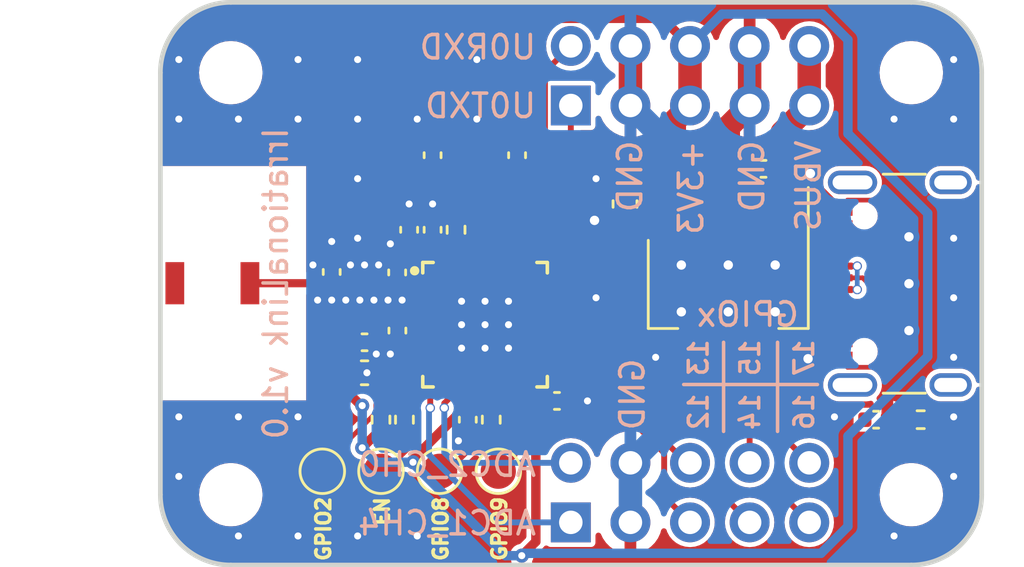
<source format=kicad_pcb>
(kicad_pcb (version 20221018) (generator pcbnew)
  (layers (0 "F.Cu" signal) (31 "B.Cu" signal) (34 "B.Paste" user) (35 "F.Paste" user) (36 "B.SilkS" user "B.Silkscreen") (37 "F.SilkS" user "F.Silkscreen") (38 "B.Mask" user) (39 "F.Mask" user) (44 "Edge.Cuts" user))
  (net 0 "")
  (net 1 "+3V3")
  (net 6 "VBUS")
  (net 7 "GND")
  (net 13 "/USB_D-")
  (net 14 "/USB_D+")
  (net 16 "/GPIO9")
  (net 17 "/GPIO2")
  (net 19 "/EN")
  (net 20 "/RF")
  (net 21 "/ANT")
  (net 22 "/SHIELD")
  (net 23 "/GPIO8")
  (net 24 "/XTAL_P")
  (net 25 "/XTAL_N")
  (net 26 "/XTAL_P_RES")
  (net 27 "/VDD3P3")
  (net 28 "/U0RXD")
  (net 29 "/U0TXD")
  (net 30 "/GPIO12")
  (net 31 "/GPIO13")
  (net 32 "/GPIO14")
  (net 33 "/GPIO15")
  (net 34 "/GPIO16")
  (net 35 "/GPIO17")
  (net 36 "/ADC1_CH4")
  (net 37 "/ADC2_CH0")
  (footprint "TestPoint:TestPoint_Pad_D1.5mm" (layer "F.Cu") (at 125.9 90)
    (fp_text reference "TP4" hide)
    (fp_text value "GPIO2" hide)
    (pad "1" smd circle (at 0 0) (size 1.5 1.5) (layers "F.Cu" "F.Mask") (net 17 "/GPIO2"))
  )
  (footprint "MountingHole:MountingHole_2.2mm_M2" (layer "F.Cu") (at 122 73)
    (fp_text reference "H3" hide)
    (fp_text value "MountingHole" hide)
    (pad "" np_thru_hole circle locked (at 0 0) (size 2.2 2.2) (drill 2.2) (layers "*.Cu" "*.Mask"))
  )
  (footprint "Resistor_SMD:R_0402_1005Metric" (layer "F.Cu") (at 129.4 87.8 90)
    (fp_text reference "R4" hide)
    (fp_text value "10k" hide)
    (pad "1" smd roundrect (at -0.51 0 90) (size 0.54 0.64) (layers "F.Cu" "F.Paste" "F.Mask") (net 1 "+3V3"))
    (pad "2" smd roundrect (at 0.51 0 90) (size 0.54 0.64) (layers "F.Cu" "F.Paste" "F.Mask") (net 19 "/EN"))
  )
  (footprint "Capacitor_SMD:C_0402_1005Metric" (layer "F.Cu") (at 135.9 87)
    (fp_text reference "C2" hide)
    (fp_text value "100n" hide)
    (pad "1" smd roundrect (at -0.48 0) (size 0.56 0.62) (layers "F.Cu" "F.Paste" "F.Mask") (net 1 "+3V3"))
    (pad "2" smd roundrect (at 0.48 0) (size 0.56 0.62) (layers "F.Cu" "F.Paste" "F.Mask") (net 7 "GND"))
  )
  (footprint "MountingHole:MountingHole_2.2mm_M2" (layer "F.Cu") (at 151 73)
    (fp_text reference "H2" hide)
    (fp_text value "MountingHole" hide)
    (pad "" np_thru_hole circle locked (at 0 0) (size 2.2 2.2) (drill 2.2) (layers "*.Cu" "*.Mask"))
  )
  (footprint "Capacitor_SMD:C_0402_1005Metric" (layer "F.Cu") (at 130.6 76.52 90)
    (fp_text reference "C5" hide)
    (fp_text value "12pF" hide)
    (pad "1" smd roundrect (at -0.48 0 90) (size 0.56 0.62) (layers "F.Cu" "F.Paste" "F.Mask") (net 24 "/XTAL_P"))
    (pad "2" smd roundrect (at 0.48 0 90) (size 0.56 0.62) (layers "F.Cu" "F.Paste" "F.Mask") (net 7 "GND"))
  )
  (footprint "TestPoint:TestPoint_Pad_D1.5mm" (layer "F.Cu") (at 133.4 90)
    (fp_text reference "TP2" hide)
    (fp_text value "GPIO9" hide)
    (pad "1" smd circle (at 0 0) (size 1.5 1.5) (layers "F.Cu" "F.Mask") (net 16 "/GPIO9"))
  )
  (footprint "Capacitor_SMD:C_0603_1608Metric" (layer "F.Cu") (at 127.7 85.8)
    (fp_text reference "C18" hide)
    (fp_text value "10u" hide)
    (pad "1" smd roundrect (at -0.775 0) (size 0.9 0.95) (layers "F.Cu" "F.Paste" "F.Mask") (net 1 "+3V3"))
    (pad "2" smd roundrect (at 0.775 0) (size 0.9 0.95) (layers "F.Cu" "F.Paste" "F.Mask") (net 7 "GND"))
  )
  (footprint "Capacitor_SMD:C_0402_1005Metric" (layer "F.Cu") (at 126.3 81.5 90)
    (fp_text reference "C14" hide)
    (fp_text value "C" hide)
    (pad "1" smd roundrect (at -0.48 0 90) (size 0.56 0.62) (layers "F.Cu" "F.Paste" "F.Mask") (net 20 "/RF"))
    (pad "2" smd roundrect (at 0.48 0 90) (size 0.56 0.62) (layers "F.Cu" "F.Paste" "F.Mask") (net 7 "GND"))
  )
  (footprint "Capacitor_SMD:C_0402_1005Metric" (layer "F.Cu") (at 130.6 79.7 90)
    (fp_text reference "C4" hide)
    (fp_text value "1u" hide)
    (pad "1" smd roundrect (at -0.48 0 90) (size 0.56 0.62) (layers "F.Cu" "F.Paste" "F.Mask") (net 1 "+3V3"))
    (pad "2" smd roundrect (at 0.48 0 90) (size 0.56 0.62) (layers "F.Cu" "F.Paste" "F.Mask") (net 7 "GND"))
  )
  (footprint "Capacitor_SMD:C_0402_1005Metric" (layer "F.Cu") (at 129.09 81.52 90)
    (fp_text reference "C1" hide)
    (fp_text value "C" hide)
    (pad "1" smd roundrect (at -0.48 0 90) (size 0.56 0.62) (layers "F.Cu" "F.Paste" "F.Mask") (net 21 "/ANT"))
    (pad "2" smd roundrect (at 0.48 0 90) (size 0.56 0.62) (layers "F.Cu" "F.Paste" "F.Mask") (net 7 "GND"))
  )
  (footprint "Inductor_SMD:L_0402_1005Metric" (layer "F.Cu") (at 127.7 81.95)
    (fp_text reference "L1" hide)
    (fp_text value "L" hide)
    (pad "1" smd roundrect (at -0.485 0) (size 0.59 0.64) (layers "F.Cu" "F.Paste" "F.Mask") (net 20 "/RF"))
    (pad "2" smd roundrect (at 0.485 0) (size 0.59 0.64) (layers "F.Cu" "F.Paste" "F.Mask") (net 21 "/ANT"))
  )
  (footprint "Capacitor_SMD:C_0402_1005Metric" (layer "F.Cu") (at 134.2 76.52 -90)
    (fp_text reference "C6" hide)
    (fp_text value "12pF" hide)
    (pad "1" smd roundrect (at -0.48 0 270) (size 0.56 0.62) (layers "F.Cu" "F.Paste" "F.Mask") (net 25 "/XTAL_N"))
    (pad "2" smd roundrect (at 0.48 0 270) (size 0.56 0.62) (layers "F.Cu" "F.Paste" "F.Mask") (net 7 "GND"))
  )
  (footprint "Inductor_SMD:L_0402_1005Metric" (layer "F.Cu") (at 127.7 83.5)
    (fp_text reference "L2" hide)
    (fp_text value "2n" hide)
    (pad "1" smd roundrect (at -0.485 0) (size 0.59 0.64) (layers "F.Cu" "F.Paste" "F.Mask") (net 1 "+3V3"))
    (pad "2" smd roundrect (at 0.485 0) (size 0.59 0.64) (layers "F.Cu" "F.Paste" "F.Mask") (net 27 "/VDD3P3"))
  )
  (footprint "TestPoint:TestPoint_Pad_D1.5mm" (layer "F.Cu") (at 130.9 90)
    (fp_text reference "TP3" hide)
    (fp_text value "GPIO8" hide)
    (pad "1" smd circle (at 0 0) (size 1.5 1.5) (layers "F.Cu" "F.Mask") (net 23 "/GPIO8"))
  )
  (footprint "Connector_USB:USB_C_Receptacle_GCT_USB4105-xx-A_16P_TopMnt_Horizontal" (layer "F.Cu") (at 151.6 82 90)
    (fp_text reference "J1" hide)
    (fp_text value "USB_C_Receptacle_USB2.0" hide)
    (pad "" np_thru_hole circle locked (at -2.89 -2.605 90) (size 0.65 0.65) (drill 0.65) (layers "F&B.Cu" "*.Mask"))
    (pad "" np_thru_hole circle locked (at 2.89 -2.605 90) (size 0.65 0.65) (drill 0.65) (layers "F&B.Cu" "*.Mask"))
    (pad "A1" smd rect locked (at -3.2 -3.68 90) (size 0.6 1.15) (layers "F.Cu" "F.Paste" "F.Mask") (net 7 "GND"))
    (pad "A4" smd rect locked (at -2.4 -3.68 90) (size 0.6 1.15) (layers "F.Cu" "F.Paste" "F.Mask") (net 6 "VBUS"))
    (pad "A5" smd rect locked (at -1.25 -3.68 90) (size 0.3 1.15) (layers "F.Cu" "F.Paste" "F.Mask"))
    (pad "A6" smd rect locked (at -0.25 -3.68 90) (size 0.3 1.15) (layers "F.Cu" "F.Paste" "F.Mask") (net 13 "/USB_D-"))
    (pad "A7" smd rect locked (at 0.25 -3.68 90) (size 0.3 1.15) (layers "F.Cu" "F.Paste" "F.Mask") (net 14 "/USB_D+"))
    (pad "A8" smd rect locked (at 1.25 -3.68 90) (size 0.3 1.15) (layers "F.Cu" "F.Paste" "F.Mask"))
    (pad "A9" smd rect locked (at 2.4 -3.68 90) (size 0.6 1.15) (layers "F.Cu" "F.Paste" "F.Mask") (net 6 "VBUS"))
    (pad "A12" smd rect locked (at 3.2 -3.68 90) (size 0.6 1.15) (layers "F.Cu" "F.Paste" "F.Mask") (net 7 "GND"))
    (pad "B1" smd rect locked (at 3.2 -3.68 90) (size 0.6 1.15) (layers "F.Cu" "F.Paste" "F.Mask") (net 7 "GND"))
    (pad "B4" smd rect locked (at 2.4 -3.68 90) (size 0.6 1.15) (layers "F.Cu" "F.Paste" "F.Mask") (net 6 "VBUS"))
    (pad "B5" smd rect locked (at 1.75 -3.68 90) (size 0.3 1.15) (layers "F.Cu" "F.Paste" "F.Mask"))
    (pad "B6" smd rect locked (at 0.75 -3.68 90) (size 0.3 1.15) (layers "F.Cu" "F.Paste" "F.Mask") (net 13 "/USB_D-"))
    (pad "B7" smd rect locked (at -0.75 -3.68 90) (size 0.3 1.15) (layers "F.Cu" "F.Paste" "F.Mask") (net 14 "/USB_D+"))
    (pad "B8" smd rect locked (at -1.75 -3.68 90) (size 0.3 1.15) (layers "F.Cu" "F.Paste" "F.Mask"))
    (pad "B9" smd rect locked (at -2.4 -3.68 90) (size 0.6 1.15) (layers "F.Cu" "F.Paste" "F.Mask") (net 6 "VBUS"))
    (pad "B12" smd rect locked (at -3.2 -3.68 90) (size 0.6 1.15) (layers "F.Cu" "F.Paste" "F.Mask") (net 7 "GND"))
    (pad "S1" thru_hole oval locked (at -4.32 -3.105 90) (size 1 2.1) (drill oval 0.6 1.7) (layers "*.Cu" "*.Mask" "F.Paste") (net 22 "/SHIELD"))
    (pad "S1" thru_hole oval locked (at -4.32 1.075 90) (size 1 1.8) (drill oval 0.6 1.4) (layers "*.Cu" "*.Mask" "F.Paste") (net 22 "/SHIELD"))
    (pad "S1" thru_hole oval locked (at 4.32 -3.105 90) (size 1 2.1) (drill oval 0.6 1.7) (layers "*.Cu" "*.Mask" "F.Paste") (net 22 "/SHIELD"))
    (pad "S1" thru_hole oval locked (at 4.32 1.075 90) (size 1 1.8) (drill oval 0.6 1.4) (layers "*.Cu" "*.Mask" "F.Paste") (net 22 "/SHIELD"))
  )
  (footprint "Capacitor_SMD:C_0402_1005Metric" (layer "F.Cu") (at 129.1 84 -90)
    (fp_text reference "C15" hide)
    (fp_text value "100n" hide)
    (pad "1" smd roundrect (at -0.48 0 270) (size 0.56 0.62) (layers "F.Cu" "F.Paste" "F.Mask") (net 27 "/VDD3P3"))
    (pad "2" smd roundrect (at 0.48 0 270) (size 0.56 0.62) (layers "F.Cu" "F.Paste" "F.Mask") (net 7 "GND"))
  )
  (footprint "Capacitor_SMD:C_0402_1005Metric" (layer "F.Cu") (at 149.5 87.8)
    (fp_text reference "C11" hide)
    (fp_text value "C" hide)
    (pad "1" smd roundrect (at -0.48 0) (size 0.56 0.62) (layers "F.Cu" "F.Paste" "F.Mask") (net 22 "/SHIELD"))
    (pad "2" smd roundrect (at 0.48 0) (size 0.56 0.62) (layers "F.Cu" "F.Paste" "F.Mask") (net 7 "GND"))
  )
  (footprint "MountingHole:MountingHole_2.2mm_M2" (layer "F.Cu") (at 151 91)
    (fp_text reference "H1" hide)
    (fp_text value "MountingHole" hide)
    (pad "" np_thru_hole circle locked (at 0 0) (size 2.2 2.2) (drill 2.2) (layers "*.Cu" "*.Mask"))
  )
  (footprint "Connector_PinHeader_2.54mm:PinHeader_2x05_P2.54mm_Vertical" (layer "F.Cu") (at 136.49 92.18 90)
    (fp_text reference "J2" hide)
    (fp_text value "Conn_02x05_Odd_Even" hide)
    (pad "1" thru_hole rect locked (at 0 0 90) (size 1.7 1.7) (drill 1) (layers "*.Cu" "*.Mask") (net 36 "/ADC1_CH4"))
    (pad "2" thru_hole oval locked (at 2.54 0 90) (size 1.7 1.7) (drill 1) (layers "*.Cu" "*.Mask") (net 37 "/ADC2_CH0"))
    (pad "3" thru_hole oval locked (at 0 2.54 90) (size 1.7 1.7) (drill 1) (layers "*.Cu" "*.Mask") (net 7 "GND"))
    (pad "4" thru_hole oval locked (at 2.54 2.54 90) (size 1.7 1.7) (drill 1) (layers "*.Cu" "*.Mask") (net 7 "GND"))
    (pad "5" thru_hole oval locked (at 0 5.08 90) (size 1.7 1.7) (drill 1) (layers "*.Cu" "*.Mask") (net 30 "/GPIO12"))
    (pad "6" thru_hole oval locked (at 2.54 5.08 90) (size 1.7 1.7) (drill 1) (layers "*.Cu" "*.Mask") (net 31 "/GPIO13"))
    (pad "7" thru_hole oval locked (at 0 7.62 90) (size 1.7 1.7) (drill 1) (layers "*.Cu" "*.Mask") (net 32 "/GPIO14"))
    (pad "8" thru_hole oval locked (at 2.54 7.62 90) (size 1.7 1.7) (drill 1) (layers "*.Cu" "*.Mask") (net 33 "/GPIO15"))
    (pad "9" thru_hole oval locked (at 0 10.16 90) (size 1.7 1.7) (drill 1) (layers "*.Cu" "*.Mask") (net 34 "/GPIO16"))
    (pad "10" thru_hole oval locked (at 2.54 10.16 90) (size 1.7 1.7) (drill 1) (layers "*.Cu" "*.Mask") (net 35 "/GPIO17"))
  )
  (footprint "Connector_PinHeader_2.54mm:PinHeader_2x05_P2.54mm_Vertical" (layer "F.Cu") (at 136.49 74.4 90)
    (fp_text reference "J3" hide)
    (fp_text value "Conn_02x05_Odd_Even" hide)
    (pad "1" thru_hole rect locked (at 0 0 90) (size 1.7 1.7) (drill 1) (layers "*.Cu" "*.Mask") (net 28 "/U0RXD"))
    (pad "2" thru_hole oval locked (at 2.54 0 90) (size 1.7 1.7) (drill 1) (layers "*.Cu" "*.Mask") (net 29 "/U0TXD"))
    (pad "3" thru_hole oval locked (at 0 2.54 90) (size 1.7 1.7) (drill 1) (layers "*.Cu" "*.Mask") (net 7 "GND"))
    (pad "4" thru_hole oval locked (at 2.54 2.54 90) (size 1.7 1.7) (drill 1) (layers "*.Cu" "*.Mask") (net 7 "GND"))
    (pad "5" thru_hole oval locked (at 0 5.08 90) (size 1.7 1.7) (drill 1) (layers "*.Cu" "*.Mask") (net 1 "+3V3"))
    (pad "6" thru_hole oval locked (at 2.54 5.08 90) (size 1.7 1.7) (drill 1) (layers "*.Cu" "*.Mask") (net 1 "+3V3"))
    (pad "7" thru_hole oval locked (at 0 7.62 90) (size 1.7 1.7) (drill 1) (layers "*.Cu" "*.Mask") (net 7 "GND"))
    (pad "8" thru_hole oval locked (at 2.54 7.62 90) (size 1.7 1.7) (drill 1) (layers "*.Cu" "*.Mask") (net 7 "GND"))
    (pad "9" thru_hole oval locked (at 0 10.16 90) (size 1.7 1.7) (drill 1) (layers "*.Cu" "*.Mask") (net 6 "VBUS"))
    (pad "10" thru_hole oval locked (at 2.54 10.16 90) (size 1.7 1.7) (drill 1) (layers "*.Cu" "*.Mask") (net 6 "VBUS"))
  )
  (footprint "Capacitor_SMD:C_0402_1005Metric" (layer "F.Cu") (at 129.6 79.7 90)
    (fp_text reference "C3" hide)
    (fp_text value "10n" hide)
    (pad "1" smd roundrect (at -0.48 0 90) (size 0.56 0.62) (layers "F.Cu" "F.Paste" "F.Mask") (net 1 "+3V3"))
    (pad "2" smd roundrect (at 0.48 0 90) (size 0.56 0.62) (layers "F.Cu" "F.Paste" "F.Mask") (net 7 "GND"))
  )
  (footprint "Resistor_SMD:R_0402_1005Metric" (layer "F.Cu") (at 133.1 87.8 90)
    (fp_text reference "R2" hide)
    (fp_text value "10k" hide)
    (pad "1" smd roundrect (at -0.51 0 90) (size 0.54 0.64) (layers "F.Cu" "F.Paste" "F.Mask") (net 1 "+3V3"))
    (pad "2" smd roundrect (at 0.51 0 90) (size 0.54 0.64) (layers "F.Cu" "F.Paste" "F.Mask") (net 23 "/GPIO8"))
  )
  (footprint "Capacitor_SMD:C_0402_1005Metric" (layer "F.Cu") (at 144.7 77.1 180)
    (fp_text reference "C12" hide)
    (fp_text value "100n" hide)
    (pad "1" smd roundrect (at -0.48 0 180) (size 0.56 0.62) (layers "F.Cu" "F.Paste" "F.Mask") (net 6 "VBUS"))
    (pad "2" smd roundrect (at 0.48 0 180) (size 0.56 0.62) (layers "F.Cu" "F.Paste" "F.Mask") (net 7 "GND"))
  )
  (footprint "Resistor_SMD:R_0402_1005Metric" (layer "F.Cu") (at 128.4 87.8 90)
    (fp_text reference "R3" hide)
    (fp_text value "10k" hide)
    (pad "1" smd roundrect (at -0.51 0 90) (size 0.54 0.64) (layers "F.Cu" "F.Paste" "F.Mask") (net 1 "+3V3"))
    (pad "2" smd roundrect (at 0.51 0 90) (size 0.54 0.64) (layers "F.Cu" "F.Paste" "F.Mask") (net 17 "/GPIO2"))
  )
  (footprint "Resistor_SMD:R_0402_1005Metric" (layer "F.Cu") (at 131.6 79.7 -90)
    (fp_text reference "R6" hide)
    (fp_text value "R" hide)
    (pad "1" smd roundrect (at -0.51 0 270) (size 0.54 0.64) (layers "F.Cu" "F.Paste" "F.Mask") (net 24 "/XTAL_P"))
    (pad "2" smd roundrect (at 0.51 0 270) (size 0.54 0.64) (layers "F.Cu" "F.Paste" "F.Mask") (net 26 "/XTAL_P_RES"))
  )
  (footprint "encyclopedia_galactica:ABM11W-30.0000MHZ-7-D1X-T3" (layer "F.Cu") (at 132.400001 76.7 180)
    (fp_text reference "Y1" hide)
    (fp_text value "ABM11W-32.0000MHZ-7-D1X-T3 " hide)
    (pad "1" smd rect (at -0.637 -0.487 270) (size 0.775 0.875) (layers "F.Cu" "F.Paste" "F.Mask") (net 7 "GND"))
    (pad "2" smd rect (at 0.637 -0.487 270) (size 0.775 0.875) (layers "F.Cu" "F.Paste" "F.Mask") (net 24 "/XTAL_P"))
    (pad "3" smd rect (at -0.637 0.487 270) (size 0.775 0.875) (layers "F.Cu" "F.Paste" "F.Mask") (net 25 "/XTAL_N"))
    (pad "4" smd rect (at 0.637 0.487 270) (size 0.775 0.875) (layers "F.Cu" "F.Paste" "F.Mask") (net 7 "GND"))
  )
  (footprint "Package_TO_SOT_SMD:SOT-223-3_TabPin2" (layer "F.Cu") (at 143.2 82 -90)
    (fp_text reference "U2" hide)
    (fp_text value "LM2937xMP" hide)
    (pad "1" smd rect locked (at -3.15 -2.3 270) (size 2 1.5) (layers "F.Cu" "F.Paste" "F.Mask") (net 6 "VBUS"))
    (pad "2" smd rect locked (at -3.15 0 270) (size 2 1.5) (layers "F.Cu" "F.Paste" "F.Mask") (net 7 "GND"))
    (pad "2" smd rect locked (at 3.15 0 270) (size 2 3.8) (layers "F.Cu" "F.Paste" "F.Mask") (net 7 "GND"))
    (pad "3" smd rect locked (at -3.15 2.3 270) (size 2 1.5) (layers "F.Cu" "F.Paste" "F.Mask") (net 1 "+3V3"))
  )
  (footprint "Capacitor_SMD:C_0402_1005Metric" (layer "F.Cu") (at 132.1 87.8 -90)
    (fp_text reference "C17" hide)
    (fp_text value "100n" hide)
    (pad "1" smd roundrect (at -0.48 0 270) (size 0.56 0.62) (layers "F.Cu" "F.Paste" "F.Mask") (net 1 "+3V3"))
    (pad "2" smd roundrect (at 0.48 0 270) (size 0.56 0.62) (layers "F.Cu" "F.Paste" "F.Mask") (net 7 "GND"))
  )
  (footprint "MountingHole:MountingHole_2.2mm_M2" (layer "F.Cu") (at 122 91)
    (fp_text reference "H4" hide)
    (fp_text value "MountingHole" hide)
    (pad "" np_thru_hole circle locked (at 0 0) (size 2.2 2.2) (drill 2.2) (layers "*.Cu" "*.Mask"))
  )
  (footprint "encyclopedia_galactica:QFN32_5X5_EXP" (layer "F.Cu") (at 132.834851 83.7487)
    (fp_text reference "U1" hide)
    (fp_text value "ESP32-C3" hide)
    (pad "1" smd rect locked (at -2.4487 -1.749999 90) (size 0.2548 0.757199) (layers "F.Cu" "F.Paste" "F.Mask") (net 21 "/ANT"))
    (pad "2" smd rect locked (at -2.4487 -1.25 90) (size 0.2548 0.757199) (layers "F.Cu" "F.Paste" "F.Mask") (net 27 "/VDD3P3"))
    (pad "3" smd rect locked (at -2.4487 -0.750001 90) (size 0.2548 0.757199) (layers "F.Cu" "F.Paste" "F.Mask") (net 27 "/VDD3P3"))
    (pad "4" smd rect locked (at -2.4487 -0.25 90) (size 0.2548 0.757199) (layers "F.Cu" "F.Paste" "F.Mask"))
    (pad "5" smd rect locked (at -2.4487 0.25 90) (size 0.2548 0.757199) (layers "F.Cu" "F.Paste" "F.Mask"))
    (pad "6" smd rect locked (at -2.4487 0.750001 90) (size 0.2548 0.757199) (layers "F.Cu" "F.Paste" "F.Mask") (net 17 "/GPIO2"))
    (pad "7" smd rect locked (at -2.4487 1.25 90) (size 0.2548 0.757199) (layers "F.Cu" "F.Paste" "F.Mask") (net 19 "/EN"))
    (pad "8" smd rect locked (at -2.4487 1.749999 90) (size 0.2548 0.757199) (layers "F.Cu" "F.Paste" "F.Mask"))
    (pad "9" smd rect locked (at -1.749999 2.4487) (size 0.2548 0.757199) (layers "F.Cu" "F.Paste" "F.Mask") (net 36 "/ADC1_CH4"))
    (pad "10" smd rect locked (at -1.25 2.4487) (size 0.2548 0.757199) (layers "F.Cu" "F.Paste" "F.Mask") (net 37 "/ADC2_CH0"))
    (pad "11" smd rect locked (at -0.750001 2.4487) (size 0.2548 0.757199) (layers "F.Cu" "F.Paste" "F.Mask") (net 1 "+3V3"))
    (pad "12" smd rect locked (at -0.25 2.4487) (size 0.2548 0.757199) (layers "F.Cu" "F.Paste" "F.Mask"))
    (pad "13" smd rect locked (at 0.25 2.4487) (size 0.2548 0.757199) (layers "F.Cu" "F.Paste" "F.Mask"))
    (pad "14" smd rect locked (at 0.750001 2.4487) (size 0.2548 0.757199) (layers "F.Cu" "F.Paste" "F.Mask") (net 23 "/GPIO8"))
    (pad "15" smd rect locked (at 1.25 2.4487) (size 0.2548 0.757199) (layers "F.Cu" "F.Paste" "F.Mask") (net 16 "/GPIO9"))
    (pad "16" smd rect locked (at 1.749999 2.4487) (size 0.2548 0.757199) (layers "F.Cu" "F.Paste" "F.Mask"))
    (pad "17" smd rect locked (at 2.4487 1.749999 90) (size 0.2548 0.757199) (layers "F.Cu" "F.Paste" "F.Mask") (net 1 "+3V3"))
    (pad "18" smd rect locked (at 2.4487 1.25 90) (size 0.2548 0.757199) (layers "F.Cu" "F.Paste" "F.Mask"))
    (pad "19" smd rect locked (at 2.4487 0.750001 90) (size 0.2548 0.757199) (layers "F.Cu" "F.Paste" "F.Mask") (net 30 "/GPIO12"))
    (pad "20" smd rect locked (at 2.4487 0.25 90) (size 0.2548 0.757199) (layers "F.Cu" "F.Paste" "F.Mask") (net 31 "/GPIO13"))
    (pad "21" smd rect locked (at 2.4487 -0.25 90) (size 0.2548 0.757199) (layers "F.Cu" "F.Paste" "F.Mask") (net 32 "/GPIO14"))
    (pad "22" smd rect locked (at 2.4487 -0.750001 90) (size 0.2548 0.757199) (layers "F.Cu" "F.Paste" "F.Mask") (net 33 "/GPIO15"))
    (pad "23" smd rect locked (at 2.4487 -1.25 90) (size 0.2548 0.757199) (layers "F.Cu" "F.Paste" "F.Mask") (net 34 "/GPIO16"))
    (pad "24" smd rect locked (at 2.4487 -1.749999 90) (size 0.2548 0.757199) (layers "F.Cu" "F.Paste" "F.Mask") (net 35 "/GPIO17"))
    (pad "25" smd rect locked (at 1.749999 -2.4487) (size 0.2548 0.757199) (layers "F.Cu" "F.Paste" "F.Mask") (net 13 "/USB_D-"))
    (pad "26" smd rect locked (at 1.25 -2.4487) (size 0.2548 0.757199) (layers "F.Cu" "F.Paste" "F.Mask") (net 14 "/USB_D+"))
    (pad "27" smd rect locked (at 0.750001 -2.4487) (size 0.2548 0.757199) (layers "F.Cu" "F.Paste" "F.Mask") (net 28 "/U0RXD"))
    (pad "28" smd rect locked (at 0.25 -2.4487) (size 0.2548 0.757199) (layers "F.Cu" "F.Paste" "F.Mask") (net 29 "/U0TXD"))
    (pad "29" smd rect locked (at -0.25 -2.4487) (size 0.2548 0.757199) (layers "F.Cu" "F.Paste" "F.Mask") (net 25 "/XTAL_N"))
    (pad "30" smd rect locked (at -0.750001 -2.4487) (size 0.2548 0.757199) (layers "F.Cu" "F.Paste" "F.Mask") (net 26 "/XTAL_P_RES"))
    (pad "31" smd rect locked (at -1.25 -2.4487) (size 0.2548 0.757199) (layers "F.Cu" "F.Paste" "F.Mask") (net 1 "+3V3"))
    (pad "32" smd rect locked (at -1.749999 -2.4487) (size 0.2548 0.757199) (layers "F.Cu" "F.Paste" "F.Mask") (net 1 "+3V3"))
    (pad "33" smd rect locked (at 0 0) (size 3.7592 3.7592) (layers "F.Cu" "F.Mask") (net 7 "GND"))
  )
  (footprint "Capacitor_SMD:C_0402_1005Metric" (layer "F.Cu") (at 127.7 84.5)
    (fp_text reference "C16" hide)
    (fp_text value "100n" hide)
    (pad "1" smd roundrect (at -0.48 0) (size 0.56 0.62) (layers "F.Cu" "F.Paste" "F.Mask") (net 1 "+3V3"))
    (pad "2" smd roundrect (at 0.48 0) (size 0.56 0.62) (layers "F.Cu" "F.Paste" "F.Mask") (net 7 "GND"))
  )
  (footprint "TestPoint:TestPoint_Pad_D1.5mm" (layer "F.Cu") (at 128.4 90)
    (fp_text reference "TP1" hide)
    (fp_text value "EN" hide)
    (pad "1" smd circle (at 0 0) (size 1.5 1.5) (layers "F.Cu" "F.Mask") (net 19 "/EN"))
  )
  (footprint "Capacitor_SMD:C_0603_1608Metric" (layer "F.Cu") (at 138.8 78.6 -90)
    (fp_text reference "C13" hide)
    (fp_text value "10u" hide)
    (pad "1" smd roundrect (at -0.775 0 270) (size 0.9 0.95) (layers "F.Cu" "F.Paste" "F.Mask") (net 1 "+3V3"))
    (pad "2" smd roundrect (at 0.775 0 270) (size 0.9 0.95) (layers "F.Cu" "F.Paste" "F.Mask") (net 7 "GND"))
  )
  (footprint "Resistor_SMD:R_0402_1005Metric" (layer "F.Cu") (at 151.4 87.8 180)
    (fp_text reference "R1" hide)
    (fp_text value "R" hide)
    (pad "1" smd roundrect (at -0.51 0 180) (size 0.54 0.64) (layers "F.Cu" "F.Paste" "F.Mask") (net 22 "/SHIELD"))
    (pad "2" smd roundrect (at 0.51 0 180) (size 0.54 0.64) (layers "F.Cu" "F.Paste" "F.Mask") (net 7 "GND"))
  )
  (footprint "encyclopedia_galactica:2108838-1" (layer "F.Cu") (at 118.715 81.98)
    (fp_text reference "AE1" hide)
    (fp_text value "2108838-1" hide)
    (pad "1" smd rect locked (at 4.1 0) (size 0.8 1.8) (layers "F.Cu" "F.Paste" "F.Mask") (net 20 "/RF"))
    (pad "2" smd rect locked (at 0.9 0) (size 0.8 1.8) (layers "F.Cu" "F.Paste" "F.Mask"))
    (zone (net 0) (net_name "") (layers "*.Cu") (connect_pads (clearance 0)) (min_thickness 0.25)
      (keepout (tracks allowed) (vias not_allowed) (pads allowed) (copperpour not_allowed) (footprints not_allowed))
      (fill (thermal_gap 0.5) (thermal_bridge_width 0.5))
      (polygon (pts (xy 112.215 76.98) (xy 112.215 86.98) (xy 125.215 86.98) (xy 125.215 76.98)))
    )
  )
  (gr_line (start 143 84.5) (end 143 88.3) (stroke (width 0.15)) (layer "B.SilkS"))
  (gr_line (start 145.3 84.5) (end 145.3 88.3) (stroke (width 0.15)) (layer "B.SilkS"))
  (gr_line (start 141.3 86.3) (end 147 86.3) (stroke (width 0.15)) (layer "B.SilkS"))
  (gr_line locked (start 122.000001 94) (end 151 94) (stroke (width 0.2)) (layer "Edge.Cuts"))
  (gr_arc locked (start 154.000002 91.000001) (mid 153.121322 93.121321) (end 151.000002 94.000001) (stroke (width 0.2)) (layer "Edge.Cuts"))
  (gr_line locked (start 119.000001 72.999999) (end 119 91) (stroke (width 0.2)) (layer "Edge.Cuts"))
  (gr_arc locked (start 151.000002 69.999999) (mid 153.121321 70.878679) (end 154.000002 72.999999) (stroke (width 0.2)) (layer "Edge.Cuts"))
  (gr_arc locked (start 122 94.000001) (mid 119.878673 93.121322) (end 119 91.000001) (stroke (width 0.2)) (layer "Edge.Cuts"))
  (gr_line locked (start 154.000003 73) (end 154.000002 91.000001) (stroke (width 0.2)) (layer "Edge.Cuts"))
  (gr_arc locked (start 119.000001 73) (mid 119.878674 70.878667) (end 122.000001 70) (stroke (width 0.2)) (layer "Edge.Cuts"))
  (gr_line locked (start 122.000001 70) (end 151 70) (stroke (width 0.2)) (layer "Edge.Cuts"))
  (gr_text "ADC1_CH4" (at 135.1 92.8) (layer "B.SilkS") (effects (font (size 1 1)) (justify left bottom mirror)))
  (gr_text "GND" (at 139.6 75.8 90) (layer "B.SilkS") (effects (font (size 1 1)) (justify left bottom mirror)))
  (gr_text "12" (at 142.4 86.6 90) (layer "B.SilkS") (effects (font (size 0.8 0.8)) (justify left bottom mirror)))
  (gr_text "GPIOx" (at 146.3 83.9) (layer "B.SilkS") (effects (font (size 1 1)) (justify left bottom mirror)))
  (gr_text "17" (at 146.9 84.3 90) (layer "B.SilkS") (effects (font (size 0.8 0.8)) (justify left bottom mirror)))
  (gr_text "15" (at 144.6 84.3 90) (layer "B.SilkS") (effects (font (size 0.8 0.8)) (justify left bottom mirror)))
  (gr_text "13" (at 142.4 84.3 90) (layer "B.SilkS") (effects (font (size 0.8 0.8)) (justify left bottom mirror)))
  (gr_text "U0TXD" (at 135.1 75) (layer "B.SilkS") (effects (font (size 1 1)) (justify left bottom mirror)))
  (gr_text "16" (at 146.9 86.6 90) (layer "B.SilkS") (effects (font (size 0.8 0.8)) (justify left bottom mirror)))
  (gr_text "VBUS" (at 147.2 75.8 90) (layer "B.SilkS") (effects (font (size 1 1)) (justify left bottom mirror)))
  (gr_text "+3V3" (at 142.2 75.8 90) (layer "B.SilkS") (effects (font (size 1 1)) (justify left bottom mirror)))
  (gr_text "ADC2_CH0" (at 135.1 90.3) (layer "B.SilkS") (effects (font (size 1 1)) (justify left bottom mirror)))
  (gr_text "IrrationaLink v1.0" (at 124.5 75.25 90) (layer "B.SilkS") (effects (font (size 1 1)) (justify left bottom mirror)))
  (gr_text "U0RXD" (at 135.1 72.5) (layer "B.SilkS") (effects (font (size 1 1)) (justify left bottom mirror)))
  (gr_text "GND" (at 139.7 85.1 90) (layer "B.SilkS") (effects (font (size 1 1)) (justify left bottom mirror)))
  (gr_text "14" (at 144.6 86.6 90) (layer "B.SilkS") (effects (font (size 0.8 0.8)) (justify left bottom mirror)))
  (gr_text "GND" (at 144.8 75.8 90) (layer "B.SilkS") (effects (font (size 1 1)) (justify left bottom mirror)))
  (gr_text "GPIO9" (at 133.8 93.9 90) (layer "F.SilkS") (effects (font (size 0.6 0.6)) (justify left bottom)))
  (gr_text "GPIO2" (at 126.3 93.9 90) (layer "F.SilkS") (effects (font (size 0.6 0.6)) (justify left bottom)))
  (gr_text "GPIO8" (at 131.3 93.9 90) (layer "F.SilkS") (effects (font (size 0.6 0.6)) (justify left bottom)))
  (gr_text "EN" (at 128.8 92.4 90) (layer "F.SilkS") (effects (font (size 0.6 0.6)) (justify left bottom)))
  (segment (start 132.11 87.32) (end 132.1 87.32) (width 0.4) (layer "F.Cu") (net 1))
  (segment (start 139.875 77.825) (end 140.9 78.85) (width 0.4) (layer "F.Cu") (net 1))
  (segment (start 131.084852 80.815148) (end 131.092425 80.807575) (width 0.4) (layer "F.Cu") (net 1))
  (segment (start 132.08485 86.1974) (end 132.08485 87.30485) (width 0.4) (layer "F.Cu") (net 1))
  (segment (start 128.29 88.31) (end 127.6 89) (width 0.4) (layer "F.Cu") (net 1))
  (segment (start 129.528529 80.18) (end 129.6 80.18) (width 0.4) (layer "F.Cu") (net 1))
  (segment (start 132.117 70.683) (end 128.963 73.837) (width 0.4) (layer "F.Cu") (net 1))
  (segment (start 128.963 79.614471) (end 129.528529 80.18) (width 0.4) (layer "F.Cu") (net 1))
  (segment (start 130.6 80.18) (end 129.6 80.18) (width 0.4) (layer "F.Cu") (net 1))
  (segment (start 129.764234 89.487237) (end 131.931471 87.32) (width 0.4) (layer "F.Cu") (net 1))
  (segment (start 131.084852 81.3) (end 131.084852 80.815148) (width 0.4) (layer "F.Cu") (net 1))
  (segment (start 131.931471 87.32) (end 132.1 87.32) (width 0.4) (layer "F.Cu") (net 1))
  (segment (start 127.22 84.5) (end 127.22 85.505) (width 0.4) (layer "F.Cu") (net 1))
  (segment (start 126.925 85.8) (end 126.925 86.573529) (width 0.4) (layer "F.Cu") (net 1))
  (segment (start 141.57 74.4) (end 141.57 71.86) (width 1) (layer "F.Cu") (net 1))
  (segment (start 134.4 93.6) (end 135 93) (width 0.4) (layer "F.Cu") (net 1))
  (segment (start 127.22 85.505) (end 126.925 85.8) (width 0.4) (layer "F.Cu") (net 1))
  (segment (start 130.6 80.315149) (end 130.6 80.18) (width 0.4) (layer "F.Cu") (net 1))
  (segment (start 135 86.902999) (end 135.283551 86.619448) (width 0.4) (layer "F.Cu") (net 1))
  (segment (start 131.092425 80.807575) (end 130.6 80.315149) (width 0.4) (layer "F.Cu") (net 1))
  (segment (start 131.584851 81.3) (end 131.092425 80.807575) (width 0.4) (layer "F.Cu") (net 1))
  (segment (start 140.9 75.07) (end 141.57 74.4) (width 1) (layer "F.Cu") (net 1))
  (segment (start 127.551471 87.2) (end 127.6 87.2) (width 0.4) (layer "F.Cu") (net 1))
  (segment (start 129.764234 89.615705) (end 129.764234 89.487237) (width 0.4) (layer "F.Cu") (net 1))
  (segment (start 140.393 70.683) (end 132.117 70.683) (width 0.4) (layer "F.Cu") (net 1))
  (segment (start 128.963 73.837) (end 128.963 79.614471) (width 0.4) (layer "F.Cu") (net 1))
  (segment (start 141.57 71.86) (end 140.393 70.683) (width 0.4) (layer "F.Cu") (net 1))
  (segment (start 129.4 88.31) (end 128.4 88.31) (width 0.4) (layer "F.Cu") (net 1))
  (segment (start 138.8 77.825) (end 139.875 77.825) (width 0.4) (layer "F.Cu") (net 1))
  (segment (start 127.215 84.495) (end 127.22 84.5) (width 0.4) (layer "F.Cu") (net 1))
  (segment (start 133.1 88.31) (end 132.11 87.32) (width 0.4) (layer "F.Cu") (net 1))
  (segment (start 140.9 78.85) (end 140.9 75.07) (width 1) (layer "F.Cu") (net 1))
  (segment (start 135 93) (end 135 86.902999) (width 0.4) (layer "F.Cu") (net 1))
  (segment (start 127.215 83.5) (end 127.215 84.495) (width 0.4) (layer "F.Cu") (net 1))
  (segment (start 128.4 88.31) (end 128.29 88.31) (width 0.4) (layer "F.Cu") (net 1))
  (segment (start 126.925 86.573529) (end 127.551471 87.2) (width 0.4) (layer "F.Cu") (net 1))
  (segment (start 132.08485 87.30485) (end 132.1 87.32) (width 0.4) (layer "F.Cu") (net 1))
  (segment (start 135.283551 86.619448) (end 135.283551 85.498699) (width 0.4) (layer "F.Cu") (net 1))
  (via (at 134.4 93.6) (size 0.6) (drill 0.3) (layers "F.Cu" "B.Cu") (net 1))
  (via (at 127.6 89) (size 0.6) (drill 0.3) (layers "F.Cu" "B.Cu") (net 1))
  (via (at 129.764234 89.615705) (size 0.6) (drill 0.3) (layers "F.Cu" "B.Cu") (net 1))
  (via (at 127.6 87.2) (size 0.6) (drill 0.3) (layers "F.Cu" "B.Cu") (net 1))
  (segment (start 134.4 93.6) (end 134.5 93.5) (width 0.4) (layer "B.Cu") (net 1))
  (segment (start 147.15 93.5) (end 148.3 92.35) (width 0.4) (layer "B.Cu") (net 1))
  (segment (start 128.215705 89.615705) (end 127.6 89) (width 0.4) (layer "B.Cu") (net 1))
  (segment (start 148.3 88.5) (end 151.7 85.1) (width 0.4) (layer "B.Cu") (net 1))
  (segment (start 148.3 75.6) (end 148.3 71.6) (width 0.4) (layer "B.Cu") (net 1))
  (segment (start 127.6 87.2) (end 127.6 89) (width 0.4) (layer "B.Cu") (net 1))
  (segment (start 134.4 93.6) (end 133.7 93.6) (width 0.4) (layer "B.Cu") (net 1))
  (segment (start 129.764234 89.664234) (end 129.764234 89.615705) (width 0.4) (layer "B.Cu") (net 1))
  (segment (start 151.7 85.1) (end 151.7 79) (width 0.4) (layer "B.Cu") (net 1))
  (segment (start 148.3 92.35) (end 148.3 88.5) (width 0.4) (layer "B.Cu") (net 1))
  (segment (start 142.93 70.5) (end 141.57 71.86) (width 0.4) (layer "B.Cu") (net 1))
  (segment (start 151.7 79) (end 148.3 75.6) (width 0.4) (layer "B.Cu") (net 1))
  (segment (start 134.5 93.5) (end 147.15 93.5) (width 0.4) (layer "B.Cu") (net 1))
  (segment (start 133.7 93.6) (end 129.764234 89.664234) (width 0.4) (layer "B.Cu") (net 1))
  (segment (start 129.764234 89.615705) (end 128.215705 89.615705) (width 0.4) (layer "B.Cu") (net 1))
  (segment (start 148.3 71.6) (end 147.2 70.5) (width 0.4) (layer "B.Cu") (net 1))
  (segment (start 147.2 70.5) (end 142.93 70.5) (width 0.4) (layer "B.Cu") (net 1))
  (segment (start 145.5 78.85) (end 145.5 75.55) (width 1) (layer "F.Cu") (net 6))
  (segment (start 147.92 84.4) (end 148.42434 84.4) (width 0.35) (layer "F.Cu") (net 6))
  (segment (start 149.597 80.77266) (end 148.42434 79.6) (width 0.35) (layer "F.Cu") (net 6))
  (segment (start 148.42434 84.4) (end 149.597 83.22734) (width 0.35) (layer "F.Cu") (net 6))
  (segment (start 149.597 83.22734) (end 149.597 80.77266) (width 0.35) (layer "F.Cu") (net 6))
  (segment (start 147.92 79.6) (end 146.25 79.6) (width 0.4) (layer "F.Cu") (net 6))
  (segment (start 148.42434 79.6) (end 147.92 79.6) (width 0.35) (layer "F.Cu") (net 6))
  (segment (start 146.25 79.6) (end 145.5 78.85) (width 0.4) (layer "F.Cu") (net 6))
  (segment (start 146.65 71.86) (end 146.65 74.4) (width 1) (layer "F.Cu") (net 6))
  (segment (start 145.5 75.55) (end 146.65 74.4) (width 1) (layer "F.Cu") (net 6))
  (segment (start 149.334999 85.565) (end 150.9 83.999999) (width 0.2) (layer "F.Cu") (net 7))
  (segment (start 148.285 78.435) (end 149.335001 78.435) (width 0.2) (layer "F.Cu") (net 7))
  (segment (start 147.92 85.2) (end 146.6 85.2) (width 0.35) (layer "F.Cu") (net 7))
  (segment (start 130.6 79.22) (end 130.6 78.6) (width 0.4) (layer "F.Cu") (net 7))
  (segment (start 131.7 88.7) (end 132.1 88.3) (width 0.4) (layer "F.Cu") (net 7))
  (segment (start 147.92 78.8) (end 148.285 78.435) (width 0.2) (layer "F.Cu") (net 7))
  (segment (start 146.7 77.58) (end 147.92 78.8) (width 0.35) (layer "F.Cu") (net 7))
  (segment (start 128.2 84.52) (end 128.18 84.5) (width 0.4) (layer "F.Cu") (net 7))
  (segment (start 144.22 77.83) (end 143.2 78.85) (width 0.4) (layer "F.Cu") (net 7))
  (segment (start 144.11 74.4) (end 144.11 71.86) (width 1) (layer "F.Cu") (net 7))
  (segment (start 146.7 77.3) (end 146.7 77.58) (width 0.35) (layer "F.Cu") (net 7))
  (segment (start 128.8 80.75) (end 129.09 81.04) (width 0.4) (layer "F.Cu") (net 7))
  (segment (start 143.2 76.9) (end 143.2 75.31) (width 1) (layer "F.Cu") (net 7))
  (segment (start 129.6 79.22) (end 129.6 78.6) (width 0.4) (layer "F.Cu") (net 7))
  (segment (start 147.92 85.2) (end 148.285 85.565) (width 0.2) (layer "F.Cu") (net 7))
  (segment (start 148.285 85.565) (end 149.334999 85.565) (width 0.2) (layer "F.Cu") (net 7))
  (segment (start 128.2 85) (end 128.2 84.52) (width 0.4) (layer "F.Cu") (net 7))
  (segment (start 144.22 77.1) (end 144.22 77.83) (width 0.4) (layer "F.Cu") (net 7))
  (segment (start 143.2 85.15) (end 146.55 85.15) (width 1) (layer "F.Cu") (net 7))
  (segment (start 146.55 85.15) (end 146.6 85.2) (width 1) (layer "F.Cu") (net 7))
  (segment (start 126.3 80.2) (end 126.3 81.02) (width 0.4) (layer "F.Cu") (net 7))
  (segment (start 139.03 74.4) (end 139.03 71.86) (width 1) (layer "F.Cu") (net 7))
  (segment (start 137.575 79.375) (end 137.5 79.3) (width 0.4) (layer "F.Cu") (net 7))
  (segment (start 136.38 87) (end 137.2 87) (width 0.4) (layer "F.Cu") (net 7))
  (segment (start 143.2 75.31) (end 144.11 74.4) (width 1) (layer "F.Cu") (net 7))
  (segment (start 127.8015 85.8) (end 128.475 85.8) (width 0.4) (layer "F.Cu") (net 7))
  (segment (start 143.2 78.85) (end 143.2 76.9) (width 1) (layer "F.Cu") (net 7))
  (segment (start 149.335001 78.435) (end 150.9 79.999999) (width 0.2) (layer "F.Cu") (net 7))
  (segment (start 128.8 80.3) (end 128.8 80.75) (width 0.4) (layer "F.Cu") (net 7))
  (segment (start 128.799503 85) (end 128.799503 84.780497) (width 0.4) (layer "F.Cu") (net 7))
  (segment (start 128.799503 84.780497) (end 129.1 84.48) (width 0.4) (layer "F.Cu") (net 7))
  (segment (start 132.1 88.3) (end 132.1 88.28) (width 0.4) (layer "F.Cu") (net 7))
  (segment (start 138.8 79.375) (end 137.575 79.375) (width 0.4) (layer "F.Cu") (net 7))
  (via (at 127.405 77.519999) (size 0.4) (drill 0.3) (layers "F.Cu" "B.Cu") (net 7))
  (via (at 128.8 80.3) (size 0.4) (drill 0.3) (layers "F.Cu" "B.Cu") (net 7))
  (via (at 152.805 80.059999) (size 0.4) (drill 0.3) (layers "F.Cu" "B.Cu") (net 7))
  (via (at 126.9 82.7) (size 0.4) (drill 0.3) (layers "F.Cu" "B.Cu") (net 7))
  (via (at 124.865 74.979999) (size 0.4) (drill 0.3) (layers "F.Cu" "B.Cu") (net 7))
  (via (at 143.2 81.2035) (size 0.9) (drill 0.4) (layers "F.Cu" "B.Cu") (net 7))
  (via (at 141.2 83.2) (size 0.9) (drill 0.4) (layers "F.Cu" "B.Cu") (net 7))
  (via (at 128.1 82.7) (size 0.4) (drill 0.3) (layers "F.Cu" "B.Cu") (net 7))
  (via (at 127.405 72.439999) (size 0.4) (drill 0.3) (layers "F.Cu" "B.Cu") (net 7))
  (via (at 141.2 81.2035) (size 0.9) (drill 0.4) (layers "F.Cu" "B.Cu") (net 7))
  (via (at 132.485 72.439999) (size 0.4) (drill 0.3) (layers "F.Cu" "B.Cu") (net 7))
  (via (at 147.725 87.679999) (size 0.4) (drill 0.3) (layers "F.Cu" "B.Cu") (net 7))
  (via (at 137.565 77.519999) (size 0.4) (drill 0.3) (layers "F.Cu" "B.Cu") (net 7))
  (via (at 137.565 82.599999) (size 0.4) (drill 0.3) (layers "F.Cu" "B.Cu") (net 7))
  (via (at 146.7 77.3) (size 0.9) (drill 0.4) (layers "F.Cu" "B.Cu") (net 7))
  (via (at 133.834851 84.7487) (size 0.4) (drill 0.3) (layers "F.Cu" "B.Cu") (net 7))
  (via (at 132.834851 83.7487) (size 0.4) (drill 0.3) (layers "F.Cu" "B.Cu") (net 7))
  (via (at 129.945 92.759999) (size 0.4) (drill 0.3) (layers "F.Cu" "B.Cu") (net 7))
  (via (at 127.405 80.059999) (size 0.4) (drill 0.3) (layers "F.Cu" "B.Cu") (net 7))
  (via (at 145.2 83.2) (size 0.9) (drill 0.4) (layers "F.Cu" "B.Cu") (net 7))
  (via (at 131.834851 84.7487) (size 0.4) (drill 0.3) (layers "F.Cu" "B.Cu") (net 7))
  (via (at 127.5 82.7) (size 0.4) (drill 0.3) (layers "F.Cu" "B.Cu") (net 7))
  (via (at 124.865 72.439999) (size 0.4) (drill 0.3) (layers "F.Cu" "B.Cu") (net 7))
  (via (at 122.325 92.759999) (size 0.4) (drill 0.3) (layers "F.Cu" "B.Cu") (net 7))
  (via (at 152.805 74.979999) (size 0.4) (drill 0.3) (layers "F.Cu" "B.Cu") (net 7))
  (via (at 119.785 74.979999) (size 0.4) (drill 0.3) (layers "F.Cu" "B.Cu") (net 7))
  (via (at 122.325 87.679999) (size 0.4) (drill 0.3) (layers "F.Cu" "B.Cu") (net 7))
  (via (at 131.834851 83.7487) (size 0.4) (drill 0.3) (layers "F.Cu" "B.Cu") (net 7))
  (via (at 152.805 85.139999) (size 0.4) (drill 0.3) (layers "F.Cu" "B.Cu") (net 7))
  (via (at 132.834851 82.7487) (size 0.4) (drill 0.3) (layers "F.Cu" "B.Cu") (net 7))
  (via (at 150.265 92.759999) (size 0.4) (drill 0.3) (layers "F.Cu" "B.Cu") (net 7))
  (via (at 152.805 87.679999) (size 0.4) (drill 0.3) (layers "F.Cu" "B.Cu") (net 7))
  (via (at 119.785 72.439999) (size 0.4) (drill 0.3) (layers "F.Cu" "B.Cu") (net 7))
  (via (at 137.2 87) (size 0.4) (drill 0.3) (layers "F.Cu" "B.Cu") (net 7))
  (via (at 128.799503 85) (size 0.4) (drill 0.3) (layers "F.Cu" "B.Cu") (net 7))
  (via (at 119.785 90.219999) (size 0.4) (drill 0.3) (layers "F.Cu" "B.Cu") (net 7))
  (via (at 145.2 81.2035) (size 0.9) (drill 0.4) (layers "F.Cu" "B.Cu") (net 7))
  (via (at 133.834851 83.7487) (size 0.4) (drill 0.3) (layers "F.Cu" "B.Cu") (net 7))
  (via (at 131.834851 82.7487) (size 0.4) (drill 0.3) (layers "F.Cu" "B.Cu") (net 7))
  (via (at 127.1 81.2) (size 0.4) (drill 0.3) (layers "F.Cu" "B.Cu") (net 7))
  (via (at 140.105 85.139999) (size 0.4) (drill 0.3) (layers "F.Cu" "B.Cu") (net 7))
  (via (at 124.865 87.679999) (size 0.4) (drill 0.3) (layers "F.Cu" "B.Cu") (net 7))
  (via (at 128.7 82.7) (size 0.4) (drill 0.3) (layers "F.Cu" "B.Cu") (net 7))
  (via (at 143.2 83.2) (size 0.9) (drill 0.4) (layers "F.Cu" "B.Cu") (net 7))
  (via (at 150.9 83.999999) (size 0.9) (drill 0.4) (layers "F.Cu" "B.Cu") (net 7))
  (via (at 150.9 79.999999) (size 0.9) (drill 0.4) (layers "F.Cu" "B.Cu") (net 7))
  (via (at 129.6 78.6) (size 0.4) (drill 0.3) (layers "F.Cu" "B.Cu") (net 7))
  (via (at 152.805 72.439999) (size 0.4) (drill 0.3) (layers "F.Cu" "B.Cu") (net 7))
  (via (at 150.9 82) (size 0.9) (drill 0.4) (layers "F.Cu" "B.Cu") (net 7))
  (via (at 132.834851 84.7487) (size 0.4) (drill 0.3) (layers "F.Cu" "B.Cu") (net 7))
  (via (at 130.6 78.6) (size 0.4) (drill 0.3) (layers "F.Cu" "B.Cu") (net 7))
  (via (at 146.6 85.2) (size 0.9) (drill 0.4) (layers "F.Cu" "B.Cu") (net 7))
  (via (at 125.7 82.7) (size 0.4) (drill 0.3) (layers "F.Cu" "B.Cu") (net 7))
  (via (at 127.405 74.979999) (size 0.4) (drill 0.3) (layers "F.Cu" "B.Cu") (net 7))
  (via (at 128.2 85) (size 0.4) (drill 0.3) (layers "F.Cu" "B.Cu") (net 7))
  (via (at 129.3 82.7) (size 0.4) (drill 0.3) (layers "F.Cu" "B.Cu") (net 7))
  (via (at 137.5 79.3) (size 0.9) (drill 0.4) (layers "F.Cu" "B.Cu") (net 7))
  (via (at 126.3 80.2) (size 0.4) (drill 0.3) (layers "F.Cu" "B.Cu") (net 7))
  (via (at 122.325 74.979999) (size 0.4) (drill 0.3) (layers "F.Cu" "B.Cu") (net 7))
  (via (at 133.834851 82.7487) (size 0.4) (drill 0.3) (layers "F.Cu" "B.Cu") (net 7))
  (via (at 152.805 90.219999) (size 0.4) (drill 0.3) (layers "F.Cu" "B.Cu") (net 7))
  (via (at 132.485 74.979999) (size 0.4) (drill 0.3) (layers "F.Cu" "B.Cu") (net 7))
  (via (at 126.3 82.7) (size 0.4) (drill 0.3) (layers "F.Cu" "B.Cu") (net 7))
  (via (at 125.5 81.2) (size 0.4) (drill 0.3) (layers "F.Cu" "B.Cu") (net 7))
  (via (at 131.7 88.7) (size 0.4) (drill 0.3) (layers "F.Cu" "B.Cu") (net 7))
  (via (at 127.405 92.759999) (size 0.4) (drill 0.3) (layers "F.Cu" "B.Cu") (net 7))
  (via (at 127.7 81.2) (size 0.4) (drill 0.3) (layers "F.Cu" "B.Cu") (net 7))
  (via (at 150.265 74.979999) (size 0.4) (drill 0.3) (layers "F.Cu" "B.Cu") (net 7))
  (via (at 128.3 81.2) (size 0.4) (drill 0.3) (layers "F.Cu" "B.Cu") (net 7))
  (via (at 127.8015 85.8) (size 0.6) (drill 0.3) (layers "F.Cu" "B.Cu") (net 7))
  (via (at 124.865 92.759999) (size 0.4) (drill 0.3) (layers "F.Cu" "B.Cu") (net 7))
  (via (at 119.785 87.679999) (size 0.4) (drill 0.3) (layers "F.Cu" "B.Cu") (net 7))
  (via (at 152.805 82.599999) (size 0.4) (drill 0.3) (layers "F.Cu" "B.Cu") (net 7))
  (via (at 129.945 74.979999) (size 0.4) (drill 0.3) (layers "F.Cu" "B.Cu") (net 7))
  (segment (start 139.03 74.4) (end 141.93 77.3) (width 1) (layer "B.Cu") (net 7))
  (segment (start 139.03 92.18) (end 139.03 89.64) (width 1) (layer "B.Cu") (net 7))
  (segment (start 141.93 77.3) (end 146.7 77.3) (width 1) (layer "B.Cu") (net 7))
  (segment (start 143.47 85.2) (end 146.6 85.2) (width 1) (layer "B.Cu") (net 7))
  (segment (start 139.03 89.64) (end 143.47 85.2) (width 1) (layer "B.Cu") (net 7))
  (segment (start 134.6 80.788099) (end 134.861099 80.527) (width 0.2) (layer "F.Cu") (net 13))
  (segment (start 134.58485 81.3) (end 134.6 81.28485) (width 0.2) (layer "F.Cu") (net 13))
  (segment (start 147.35 82.25) (end 147.92 82.25) (width 0.2) (layer "F.Cu") (net 13))
  (segment (start 145.627 80.527) (end 147.35 82.25) (width 0.2) (layer "F.Cu") (net 13))
  (segment (start 134.6 81.28485) (end 134.6 80.788099) (width 0.2) (layer "F.Cu") (net 13))
  (segment (start 148.695 81.25) (end 147.92 81.25) (width 0.25) (layer "F.Cu") (net 13))
  (segment (start 134.861099 80.527) (end 145.627 80.527) (width 0.2) (layer "F.Cu") (net 13))
  (segment (start 148.695 82.25) (end 147.92 82.25) (width 0.25) (layer "F.Cu") (net 13))
  (via (at 148.695 81.25) (size 0.4) (drill 0.3) (layers "F.Cu" "B.Cu") (net 13))
  (via (at 148.695 82.25) (size 0.4) (drill 0.3) (layers "F.Cu" "B.Cu") (net 13))
  (segment (start 148.695 82.25) (end 148.695 81.25) (width 0.2) (layer "B.Cu") (net 13))
  (segment (start 149.195 82.02) (end 149.195 82.52) (width 0.2) (layer "F.Cu") (net 14))
  (segment (start 134.551699 80.2) (end 145.7841 80.2) (width 0.2) (layer "F.Cu") (net 14))
  (segment (start 148.965 82.75) (end 147.92 82.75) (width 0.2) (layer "F.Cu") (net 14))
  (segment (start 148.925 81.75) (end 149.195 82.02) (width 0.2) (layer "F.Cu") (net 14))
  (segment (start 147.92 81.75) (end 147.3341 81.75) (width 0.2) (layer "F.Cu") (net 14))
  (segment (start 147.92 81.75) (end 148.925 81.75) (width 0.2) (layer "F.Cu") (net 14))
  (segment (start 145.7841 80.2) (end 147.3341 81.75) (width 0.2) (layer "F.Cu") (net 14))
  (segment (start 134.551699 80.2) (end 134.084851 80.666848) (width 0.2) (layer "F.Cu") (net 14))
  (segment (start 134.084851 80.666848) (end 134.084851 81.3) (width 0.2) (layer "F.Cu") (net 14))
  (segment (start 149.195 82.52) (end 148.965 82.75) (width 0.2) (layer "F.Cu") (net 14))
  (segment (start 134.084851 86.1974) (end 134.084851 89.315149) (width 0.25) (layer "F.Cu") (net 16))
  (segment (start 134.084851 89.315149) (end 133.4 90) (width 0.25) (layer "F.Cu") (net 16))
  (segment (start 128.4 87.29) (end 125.9 89.79) (width 0.2) (layer "F.Cu") (net 17))
  (segment (start 129.323 86.367) (end 128.4 87.29) (width 0.2) (layer "F.Cu") (net 17))
  (segment (start 129.323 85.190703) (end 129.323 86.367) (width 0.2) (layer "F.Cu") (net 17))
  (segment (start 125.9 89.79) (end 125.9 90) (width 0.2) (layer "F.Cu") (net 17))
  (segment (start 130.386151 84.498701) (end 130.015002 84.498701) (width 0.2) (layer "F.Cu") (net 17))
  (segment (start 130.015002 84.498701) (end 129.323 85.190703) (width 0.2) (layer "F.Cu") (net 17))
  (segment (start 129.7 86.4) (end 129.972 86.672) (width 0.2) (layer "F.Cu") (net 19))
  (segment (start 129.972 86.672) (end 129.972 87.3) (width 0.2) (layer "F.Cu") (net 19))
  (segment (start 129.7 85.276151) (end 129.7 86.4) (width 0.2) (layer "F.Cu") (net 19))
  (segment (start 128.6 90) (end 128.4 90) (width 0.2) (layer "F.Cu") (net 19))
  (segment (start 129.977451 84.9987) (end 129.7 85.276151) (width 0.2) (layer "F.Cu") (net 19))
  (segment (start 130.386151 84.9987) (end 129.977451 84.9987) (width 0.2) (layer "F.Cu") (net 19))
  (segment (start 129.972 87.3) (end 129.972 88.628) (width 0.2) (layer "F.Cu") (net 19))
  (segment (start 129.972 88.628) (end 128.6 90) (width 0.2) (layer "F.Cu") (net 19))
  (segment (start 129.962 87.29) (end 129.972 87.3) (width 0.2) (layer "F.Cu") (net 19))
  (segment (start 129.4 87.29) (end 129.962 87.29) (width 0.25) (layer "F.Cu") (net 19))
  (segment (start 127.185 81.98) (end 122.815 81.98) (width 0.35) (layer "F.Cu") (net 20))
  (segment (start 127.215 81.95) (end 127.185 81.98) (width 0.35) (layer "F.Cu") (net 20))
  (segment (start 128.2317 81.9967) (end 130.386151 81.9967) (width 0.35) (layer "F.Cu") (net 21))
  (segment (start 128.185 81.95) (end 128.2317 81.9967) (width 0.35) (layer "F.Cu") (net 21))
  (segment (start 133.1 87.29) (end 133.662 87.29) (width 0.25) (layer "F.Cu") (net 23))
  (segment (start 133.584852 87.212852) (end 133.672 87.3) (width 0.25) (layer "F.Cu") (net 23))
  (segment (start 133.584852 86.1974) (end 133.584852 87.212852) (width 0.25) (layer "F.Cu") (net 23))
  (segment (start 131.32074 89.9) (end 131 89.9) (width 0.25) (layer "F.Cu") (net 23))
  (segment (start 133.672 88.626) (end 133.298 89) (width 0.25) (layer "F.Cu") (net 23))
  (segment (start 132.22074 89) (end 131.32074 89.9) (width 0.25) (layer "F.Cu") (net 23))
  (segment (start 133.298 89) (end 132.22074 89) (width 0.25) (layer "F.Cu") (net 23))
  (segment (start 131 89.9) (end 130.9 90) (width 0.25) (layer "F.Cu") (net 23))
  (segment (start 133.672 87.3) (end 133.672 88.626) (width 0.25) (layer "F.Cu") (net 23))
  (segment (start 133.662 87.29) (end 133.672 87.3) (width 0.25) (layer "F.Cu") (net 23))
  (segment (start 132.08485 80.69485) (end 131.6 80.21) (width 0.25) (layer "F.Cu") (net 26))
  (segment (start 132.08485 81.3) (end 132.08485 80.69485) (width 0.25) (layer "F.Cu") (net 26))
  (segment (start 128.185 83.5) (end 129.08 83.5) (width 0.4) (layer "F.Cu") (net 27))
  (segment (start 129.898699 82.998699) (end 129.892425 82.992425) (width 0.4) (layer "F.Cu") (net 27))
  (segment (start 130.386151 82.4987) (end 129.892425 82.992425) (width 0.4) (layer "F.Cu") (net 27))
  (segment (start 130.386151 82.998699) (end 129.898699 82.998699) (width 0.4) (layer "F.Cu") (net 27))
  (segment (start 129.08 83.5) (end 129.1 83.52) (width 0.4) (layer "F.Cu") (net 27))
  (segment (start 129.364851 83.52) (end 129.1 83.52) (width 0.4) (layer "F.Cu") (net 27))
  (segment (start 129.892425 82.992425) (end 129.364851 83.52) (width 0.4) (layer "F.Cu") (net 27))
  (segment (start 133.584852 80.515148) (end 136.49 77.61) (width 0.25) (layer "F.Cu") (net 28))
  (segment (start 133.584852 81.3) (end 133.584852 80.515148) (width 0.25) (layer "F.Cu") (net 28))
  (segment (start 136.49 77.61) (end 136.49 74.4) (width 0.25) (layer "F.Cu") (net 28))
  (segment (start 133.084851 81.3) (end 133.084851 80.365149) (width 0.25) (layer "F.Cu") (net 29))
  (segment (start 133.084851 80.365149) (end 135.388 78.062) (width 0.25) (layer "F.Cu") (net 29))
  (segment (start 135.388 78.062) (end 135.388 72.962) (width 0.25) (layer "F.Cu") (net 29))
  (segment (start 135.388 72.962) (end 136.49 71.86) (width 0.25) (layer "F.Cu") (net 29))
  (segment (start 135.283551 84.498701) (end 135.74636 84.498701) (width 0.25) (layer "F.Cu") (net 30))
  (segment (start 140.468 89.220341) (end 140.468 91.078) (width 0.25) (layer "F.Cu") (net 30))
  (segment (start 140.468 91.078) (end 141.57 92.18) (width 0.25) (layer "F.Cu") (net 30))
  (segment (start 135.74636 84.498701) (end 140.468 89.220341) (width 0.25) (layer "F.Cu") (net 30))
  (segment (start 135.779517 83.9987) (end 141.420817 89.64) (width 0.25) (layer "F.Cu") (net 31))
  (segment (start 141.420817 89.64) (end 141.57 89.64) (width 0.25) (layer "F.Cu") (net 31))
  (segment (start 135.283551 83.9987) (end 135.779517 83.9987) (width 0.25) (layer "F.Cu") (net 31))
  (segment (start 135.283551 83.4987) (end 135.812675 83.4987) (width 0.25) (layer "F.Cu") (net 32))
  (segment (start 142.9 90.97) (end 144.11 92.18) (width 0.25) (layer "F.Cu") (net 32))
  (segment (start 142.254 88) (end 142.9 88.646) (width 0.25) (layer "F.Cu") (net 32))
  (segment (start 140.313975 88) (end 142.254 88) (width 0.25) (layer "F.Cu") (net 32))
  (segment (start 142.9 88.646) (end 142.9 90.97) (width 0.25) (layer "F.Cu") (net 32))
  (segment (start 135.812675 83.4987) (end 140.313975 88) (width 0.25) (layer "F.Cu") (net 32))
  (segment (start 135.283551 82.998699) (end 135.845832 82.998699) (width 0.25) (layer "F.Cu") (net 33))
  (segment (start 140.447133 87.6) (end 143.285 87.6) (width 0.25) (layer "F.Cu") (net 33))
  (segment (start 144.11 88.425) (end 144.11 89.64) (width 0.25) (layer "F.Cu") (net 33))
  (segment (start 135.845832 82.998699) (end 140.447133 87.6) (width 0.25) (layer "F.Cu") (net 33))
  (segment (start 143.285 87.6) (end 144.11 88.425) (width 0.25) (layer "F.Cu") (net 33))
  (segment (start 145.4 90.93) (end 146.65 92.18) (width 0.25) (layer "F.Cu") (net 34))
  (segment (start 135.283551 82.4987) (end 135.878991 82.4987) (width 0.25) (layer "F.Cu") (net 34))
  (segment (start 143.5 87.1) (end 145.4 89) (width 0.25) (layer "F.Cu") (net 34))
  (segment (start 145.4 89) (end 145.4 90.93) (width 0.25) (layer "F.Cu") (net 34))
  (segment (start 140.480291 87.1) (end 143.5 87.1) (width 0.25) (layer "F.Cu") (net 34))
  (segment (start 135.878991 82.4987) (end 140.480291 87.1) (width 0.25) (layer "F.Cu") (net 34))
  (segment (start 143.61 86.6) (end 146.65 89.64) (width 0.25) (layer "F.Cu") (net 35))
  (segment (start 135.91215 81.998701) (end 140.513449 86.6) (width 0.25) (layer "F.Cu") (net 35))
  (segment (start 140.513449 86.6) (end 143.61 86.6) (width 0.25) (layer "F.Cu") (net 35))
  (segment (start 135.283551 81.998701) (end 135.91215 81.998701) (width 0.25) (layer "F.Cu") (net 35))
  (segment (start 130.5 87.3) (end 130.5 86.782252) (width 0.25) (layer "F.Cu") (net 36))
  (segment (start 130.5 86.782252) (end 131.084852 86.1974) (width 0.25) (layer "F.Cu") (net 36))
  (via (at 130.5 87.3) (size 0.4) (drill 0.3) (layers "F.Cu" "B.Cu") (net 36))
  (segment (start 130.448 87.352) (end 130.448 89.298) (width 0.25) (layer "B.Cu") (net 36))
  (segment (start 133.33 92.18) (end 136.49 92.18) (width 0.25) (layer "B.Cu") (net 36))
  (segment (start 130.448 89.298) (end 133.33 92.18) (width 0.25) (layer "B.Cu") (net 36))
  (segment (start 130.5 87.3) (end 130.448 87.352) (width 0.25) (layer "B.Cu") (net 36))
  (segment (start 131.099503 87.3) (end 131.099503 87.100248) (width 0.25) (layer "F.Cu") (net 37))
  (segment (start 131.099503 87.100248) (end 131.584851 86.6149) (width 0.25) (layer "F.Cu") (net 37))
  (segment (start 131.584851 86.6149) (end 131.584851 86.1974) (width 0.25) (layer "F.Cu") (net 37))
  (via (at 131.099503 87.3) (size 0.4) (drill 0.3) (layers "F.Cu" "B.Cu") (net 37))
  (segment (start 131.54 89.64) (end 136.49 89.64) (width 0.25) (layer "B.Cu") (net 37))
  (segment (start 131.099503 89.199503) (end 131.54 89.64) (width 0.25) (layer "B.Cu") (net 37))
  (segment (start 131.099503 87.3) (end 131.099503 89.199503) (width 0.25) (layer "B.Cu") (net 37))
  (zone locked (net 7) (net_name "GND") (layer "F.Cu") (priority 2) (connect_pads (clearance 0.2)) (min_thickness 0.25) (fill yes (thermal_gap 0.5) (thermal_bridge_width 0.5))
    (polygon (pts (xy 119 76.98) (xy 119 70) (xy 154 70) (xy 154 94) (xy 119 94) (xy 119 86.98) (xy 125.215 86.98) (xy 125.215 76.98)))
  )
  (zone (net 7) (net_name "GND") (layer "B.Cu") (connect_pads (clearance 0.2)) (min_thickness 0.25) (fill yes (thermal_gap 0.5) (thermal_bridge_width 0.5))
    (polygon (pts (xy 119 70) (xy 154 70) (xy 154 94) (xy 119 94)))
  )
)
</source>
